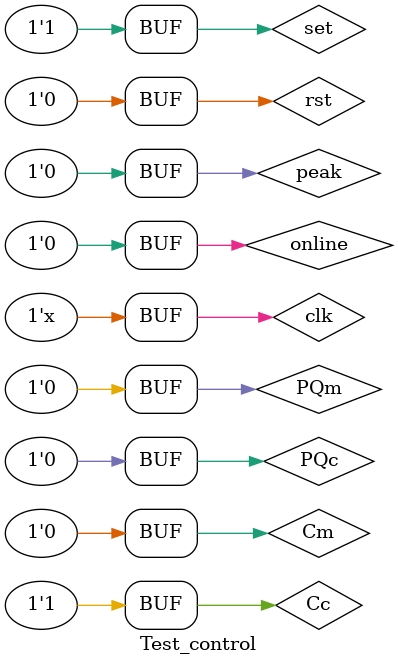
<source format=v>
`timescale 1ns / 1ps


module Test_control;

	// Inputs
	reg clk;
	reg Cm;
	reg Cc;
	reg PQm;
	reg PQc;
	reg peak;
	reg set;
	reg rst;
	reg online;

	// Outputs
	wire [4:0] countdown_time;
	wire [5:0] led_light;

	// Instantiate the Unit Under Test (UUT)
	control uut (
		.clk(clk), 
		.Cm(Cm), 
		.Cc(Cc), 
		.PQm(PQm), 
		.PQc(PQc), 
		.peak(peak), 
		.set(set), 
		.rst(rst), 
		.online(online), 
		.countdown_time(countdown_time), 
		.led_light(led_light)
	);

	initial begin
		// Initialize Inputs
		clk = 0;
		Cm = 0;
		Cc = 0;
		PQm = 0;
		PQc = 0;
		peak = 0;
		set = 0;
		rst = 0;
		online = 0;

		// Wait 100 ns for global reset to finish
		#5;
      set = 1'b1;
		// Add stimulus here
		#100;
		Cm = 1'b1;
		Cc = 1'b1;
		#100 peak = 1'b1;
		#100 peak = 1'b0;
		#100;
		Cm = 1'b0;
		Cc = 1'b0;
		#100 PQm = 1'b1;
		#100 PQm = 1'b0;
		#100;
		Cm = 1'b1;
		Cc = 1'b0;
		#100 PQm = 1'b1;
		#100 PQm = 1'b0;
		#100;
		Cm = 1'b0;
		Cc = 1'b1;
		#100 PQc = 1'b1;
		#100 PQc = 1'b0;
		
	end
   
	always #1 clk = ~clk;
	
endmodule


</source>
